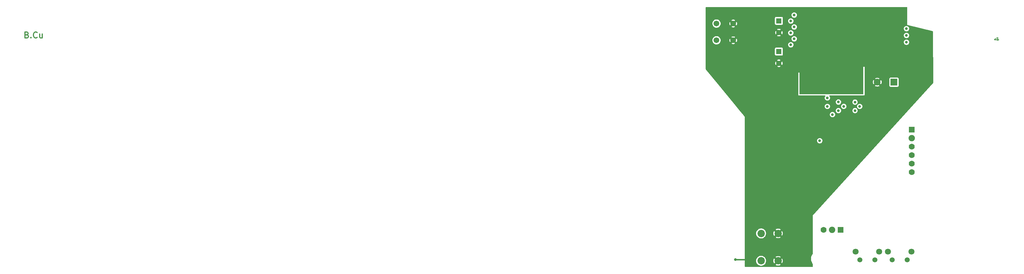
<source format=gbr>
%TF.GenerationSoftware,KiCad,Pcbnew,8.0.7-8.0.7-0~ubuntu22.04.1*%
%TF.CreationDate,2025-01-13T16:38:09-08:00*%
%TF.ProjectId,NX-J401-Adapter,4e582d4a-3430-4312-9d41-646170746572,4*%
%TF.SameCoordinates,Original*%
%TF.FileFunction,Copper,L4,Bot*%
%TF.FilePolarity,Positive*%
%FSLAX46Y46*%
G04 Gerber Fmt 4.6, Leading zero omitted, Abs format (unit mm)*
G04 Created by KiCad (PCBNEW 8.0.7-8.0.7-0~ubuntu22.04.1) date 2025-01-13 16:38:09*
%MOMM*%
%LPD*%
G01*
G04 APERTURE LIST*
%ADD10C,0.300000*%
%TA.AperFunction,NonConductor*%
%ADD11C,0.300000*%
%TD*%
%TA.AperFunction,ComponentPad*%
%ADD12R,1.600000X1.600000*%
%TD*%
%TA.AperFunction,ComponentPad*%
%ADD13C,1.600000*%
%TD*%
%TA.AperFunction,ComponentPad*%
%ADD14C,1.498600*%
%TD*%
%TA.AperFunction,ComponentPad*%
%ADD15C,1.803400*%
%TD*%
%TA.AperFunction,ComponentPad*%
%ADD16C,2.200000*%
%TD*%
%TA.AperFunction,ComponentPad*%
%ADD17R,1.778000X1.778000*%
%TD*%
%TA.AperFunction,ComponentPad*%
%ADD18C,1.905000*%
%TD*%
%TA.AperFunction,ComponentPad*%
%ADD19C,1.778000*%
%TD*%
%TA.AperFunction,ComponentPad*%
%ADD20R,2.000000X2.000000*%
%TD*%
%TA.AperFunction,ComponentPad*%
%ADD21C,2.000000*%
%TD*%
%TA.AperFunction,ComponentPad*%
%ADD22C,1.701800*%
%TD*%
%TA.AperFunction,ViaPad*%
%ADD23C,0.812800*%
%TD*%
%TA.AperFunction,ViaPad*%
%ADD24C,0.711200*%
%TD*%
%TA.AperFunction,Conductor*%
%ADD25C,0.381000*%
%TD*%
G04 APERTURE END LIST*
D10*
D11*
G36*
X323266737Y-90308632D02*
G01*
X323595000Y-90308632D01*
X323595000Y-90602823D01*
X323266737Y-90602823D01*
X323266737Y-90758161D01*
X323023471Y-90758161D01*
X323023471Y-90602823D01*
X322094371Y-90602823D01*
X322094371Y-90308632D01*
X322377937Y-90308632D01*
X323023471Y-90308632D01*
X323023471Y-89920286D01*
X322377937Y-90308632D01*
X322094371Y-90308632D01*
X322094371Y-90256242D01*
X323019075Y-89712191D01*
X323266737Y-89712191D01*
X323266737Y-90308632D01*
G37*
D10*
D11*
X33217368Y-89005474D02*
X33471368Y-89090141D01*
X33471368Y-89090141D02*
X33556034Y-89174807D01*
X33556034Y-89174807D02*
X33640701Y-89344141D01*
X33640701Y-89344141D02*
X33640701Y-89598141D01*
X33640701Y-89598141D02*
X33556034Y-89767474D01*
X33556034Y-89767474D02*
X33471368Y-89852141D01*
X33471368Y-89852141D02*
X33302034Y-89936807D01*
X33302034Y-89936807D02*
X32624701Y-89936807D01*
X32624701Y-89936807D02*
X32624701Y-88158807D01*
X32624701Y-88158807D02*
X33217368Y-88158807D01*
X33217368Y-88158807D02*
X33386701Y-88243474D01*
X33386701Y-88243474D02*
X33471368Y-88328141D01*
X33471368Y-88328141D02*
X33556034Y-88497474D01*
X33556034Y-88497474D02*
X33556034Y-88666807D01*
X33556034Y-88666807D02*
X33471368Y-88836141D01*
X33471368Y-88836141D02*
X33386701Y-88920807D01*
X33386701Y-88920807D02*
X33217368Y-89005474D01*
X33217368Y-89005474D02*
X32624701Y-89005474D01*
X34402701Y-89767474D02*
X34487368Y-89852141D01*
X34487368Y-89852141D02*
X34402701Y-89936807D01*
X34402701Y-89936807D02*
X34318034Y-89852141D01*
X34318034Y-89852141D02*
X34402701Y-89767474D01*
X34402701Y-89767474D02*
X34402701Y-89936807D01*
X36265368Y-89767474D02*
X36180701Y-89852141D01*
X36180701Y-89852141D02*
X35926701Y-89936807D01*
X35926701Y-89936807D02*
X35757368Y-89936807D01*
X35757368Y-89936807D02*
X35503368Y-89852141D01*
X35503368Y-89852141D02*
X35334035Y-89682807D01*
X35334035Y-89682807D02*
X35249368Y-89513474D01*
X35249368Y-89513474D02*
X35164701Y-89174807D01*
X35164701Y-89174807D02*
X35164701Y-88920807D01*
X35164701Y-88920807D02*
X35249368Y-88582141D01*
X35249368Y-88582141D02*
X35334035Y-88412807D01*
X35334035Y-88412807D02*
X35503368Y-88243474D01*
X35503368Y-88243474D02*
X35757368Y-88158807D01*
X35757368Y-88158807D02*
X35926701Y-88158807D01*
X35926701Y-88158807D02*
X36180701Y-88243474D01*
X36180701Y-88243474D02*
X36265368Y-88328141D01*
X37789368Y-88751474D02*
X37789368Y-89936807D01*
X37027368Y-88751474D02*
X37027368Y-89682807D01*
X37027368Y-89682807D02*
X37112035Y-89852141D01*
X37112035Y-89852141D02*
X37281368Y-89936807D01*
X37281368Y-89936807D02*
X37535368Y-89936807D01*
X37535368Y-89936807D02*
X37704701Y-89852141D01*
X37704701Y-89852141D02*
X37789368Y-89767474D01*
D12*
%TO.P,C2,1*%
%TO.N,/+18V_OUT*%
X257810000Y-93980000D03*
D13*
%TO.P,C2,2*%
%TO.N,GND*%
X257810000Y-97480000D03*
%TD*%
D14*
%TO.P,SW2,1,1*%
%TO.N,/~{REC}*%
X291628000Y-156285700D03*
%TO.P,SW2,2,2*%
%TO.N,/RTN*%
X296128001Y-156285700D03*
D15*
%TO.P,SW2,3*%
%TO.N,N/C*%
X290378001Y-153785824D03*
%TO.P,SW2,4*%
X297378000Y-153785824D03*
%TD*%
D12*
%TO.P,C1,1*%
%TO.N,/+18V_OUT*%
X257810000Y-84785200D03*
D13*
%TO.P,C1,2*%
%TO.N,GND*%
X257810000Y-88285200D03*
%TD*%
D16*
%TO.P,J4,1,Pin_1*%
%TO.N,/V_BAT*%
X252501400Y-148365600D03*
X252501400Y-156565600D03*
%TO.P,J4,2,Pin_2*%
%TO.N,GND*%
X257581400Y-148365600D03*
X257581400Y-156565600D03*
%TD*%
D17*
%TO.P,J3,1,Pin_1*%
%TO.N,/RTN*%
X276225000Y-147320000D03*
D18*
%TO.P,J3,2,Pin_2*%
%TO.N,/UART2_RXD*%
X273685000Y-147320000D03*
D19*
%TO.P,J3,3,Pin_3*%
%TO.N,/UART2_TXD*%
X271145000Y-147320000D03*
%TD*%
D14*
%TO.P,SW1,1,1*%
%TO.N,/~{SYS_RESET}*%
X281976000Y-156285700D03*
%TO.P,SW1,2,2*%
%TO.N,/RTN*%
X286476001Y-156285700D03*
D15*
%TO.P,SW1,3*%
%TO.N,N/C*%
X280726001Y-153785824D03*
%TO.P,SW1,4*%
X287726000Y-153785824D03*
%TD*%
D17*
%TO.P,J2,1,Pin_1*%
%TO.N,/RTN*%
X297447500Y-117348000D03*
D18*
%TO.P,J2,2,Pin_2*%
%TO.N,/UART2_RXD*%
X297447500Y-119888000D03*
D19*
%TO.P,J2,3,Pin_3*%
%TO.N,/UART2_TXD*%
X297447500Y-122428000D03*
%TO.P,J2,4,Pin_4*%
%TO.N,/~{SYS_RESET}*%
X297447500Y-124968000D03*
%TO.P,J2,5,Pin_5*%
%TO.N,/RTN*%
X297447500Y-127508000D03*
%TO.P,J2,6,Pin_6*%
%TO.N,/~{REC}*%
X297447500Y-130048000D03*
%TD*%
D20*
%TO.P,C5,1*%
%TO.N,/Power Supply/V_IN*%
X292181677Y-103124000D03*
D21*
%TO.P,C5,2*%
%TO.N,GND*%
X287181677Y-103124000D03*
%TD*%
D22*
%TO.P,J1,1,Pin_1*%
%TO.N,/+18V_OUT*%
X239166400Y-85594200D03*
X239166400Y-90594200D03*
%TO.P,J1,2,Pin_2*%
%TO.N,GND*%
X244166400Y-85594200D03*
X244166400Y-90594200D03*
%TD*%
D23*
%TO.N,GND*%
X273812000Y-117221010D03*
X267462000Y-96266000D03*
X267461982Y-94234000D03*
D24*
X265658600Y-105359200D03*
X271272000Y-104266998D03*
D23*
X287934400Y-83515200D03*
X273825822Y-100813988D03*
X270002000Y-128778000D03*
X244856000Y-156210000D03*
X267462000Y-95250000D03*
X287934400Y-94843600D03*
X277215600Y-105410000D03*
X275844000Y-117221000D03*
%TO.N,/+18V_OUT*%
X261366000Y-91948000D03*
X261366000Y-84836000D03*
X262382000Y-86614000D03*
X262382000Y-83058000D03*
X262382000Y-90170000D03*
X261366000Y-88392000D03*
%TO.N,/Power Supply/V_IN*%
X277190204Y-110362988D03*
X295910000Y-89154000D03*
X280543000Y-111633000D03*
X295910000Y-87122000D03*
X280543034Y-109093000D03*
X281940008Y-110388408D03*
X295910000Y-91186000D03*
%TO.N,/V_BAT*%
X272288000Y-107848400D03*
X270002000Y-120650000D03*
X275590000Y-111633000D03*
X273812000Y-112828307D03*
X272288000Y-110388400D03*
X275590000Y-109067600D03*
%TD*%
D25*
%TO.N,GND*%
X248666000Y-156210000D02*
X250799600Y-154076400D01*
X255092200Y-154076400D02*
X257581400Y-156565600D01*
X250799600Y-154076400D02*
X255092200Y-154076400D01*
X244856000Y-156210000D02*
X248666000Y-156210000D01*
%TD*%
%TA.AperFunction,Conductor*%
%TO.N,GND*%
G36*
X296107039Y-80665185D02*
G01*
X296152794Y-80717989D01*
X296164000Y-80769500D01*
X296164000Y-85979000D01*
X303767036Y-87879759D01*
X303827300Y-87915116D01*
X303858882Y-87977440D01*
X303860961Y-87999654D01*
X303910174Y-103124068D01*
X303909282Y-103139325D01*
X303893326Y-103271568D01*
X303885974Y-103301176D01*
X303840979Y-103418319D01*
X303826620Y-103445235D01*
X303749949Y-103554151D01*
X303740400Y-103566080D01*
X267970000Y-143002000D01*
X267970000Y-143247087D01*
X267970000Y-143247091D01*
X267970000Y-154394654D01*
X267950315Y-154461693D01*
X267944376Y-154470140D01*
X267798942Y-154659673D01*
X267798931Y-154659689D01*
X267645862Y-154924810D01*
X267645854Y-154924826D01*
X267528702Y-155207659D01*
X267449460Y-155503392D01*
X267409501Y-155806913D01*
X267409500Y-155806929D01*
X267409500Y-156113070D01*
X267409501Y-156113086D01*
X267436863Y-156320925D01*
X267449461Y-156416611D01*
X267489382Y-156565599D01*
X267528702Y-156712340D01*
X267645854Y-156995173D01*
X267645862Y-156995189D01*
X267785188Y-157236506D01*
X267798936Y-157260318D01*
X267944376Y-157449858D01*
X267969570Y-157515028D01*
X267970000Y-157525345D01*
X267970000Y-158244500D01*
X267950315Y-158311539D01*
X267897511Y-158357294D01*
X267846000Y-158368500D01*
X247774000Y-158368500D01*
X247706961Y-158348815D01*
X247661206Y-158296011D01*
X247650000Y-158244500D01*
X247650000Y-156565594D01*
X251014823Y-156565594D01*
X251014823Y-156565605D01*
X251035096Y-156810274D01*
X251035098Y-156810286D01*
X251095369Y-157048291D01*
X251193994Y-157273131D01*
X251328279Y-157478671D01*
X251328282Y-157478674D01*
X251494569Y-157659310D01*
X251688319Y-157810112D01*
X251904249Y-157926968D01*
X252136467Y-158006688D01*
X252378639Y-158047100D01*
X252378640Y-158047100D01*
X252624160Y-158047100D01*
X252624161Y-158047100D01*
X252866333Y-158006688D01*
X253098551Y-157926968D01*
X253314481Y-157810112D01*
X253508231Y-157659310D01*
X253674518Y-157478674D01*
X253808805Y-157273132D01*
X253907430Y-157048291D01*
X253967702Y-156810283D01*
X253968752Y-156797615D01*
X253987977Y-156565605D01*
X253987977Y-156565594D01*
X253987977Y-156565593D01*
X256171785Y-156565593D01*
X256171785Y-156565606D01*
X256191008Y-156797607D01*
X256191010Y-156797615D01*
X256248162Y-157023302D01*
X256341680Y-157236502D01*
X256389021Y-157308963D01*
X257037439Y-156660547D01*
X257068882Y-156777892D01*
X257141290Y-156903308D01*
X257243692Y-157005710D01*
X257369108Y-157078118D01*
X257486451Y-157109560D01*
X256836314Y-157759697D01*
X256836314Y-157759699D01*
X257015153Y-157856483D01*
X257015171Y-157856490D01*
X257235357Y-157932080D01*
X257464995Y-157970400D01*
X257697805Y-157970400D01*
X257927442Y-157932080D01*
X258147634Y-157856488D01*
X258147636Y-157856487D01*
X258326484Y-157759699D01*
X258326484Y-157759697D01*
X257676349Y-157109560D01*
X257793692Y-157078118D01*
X257919108Y-157005710D01*
X258021510Y-156903308D01*
X258093918Y-156777892D01*
X258125360Y-156660548D01*
X258773776Y-157308964D01*
X258821116Y-157236506D01*
X258821121Y-157236498D01*
X258914637Y-157023302D01*
X258971789Y-156797615D01*
X258971791Y-156797607D01*
X258991015Y-156565606D01*
X258991015Y-156565593D01*
X258971791Y-156333592D01*
X258971789Y-156333584D01*
X258914637Y-156107897D01*
X258821120Y-155894700D01*
X258773776Y-155822234D01*
X258125360Y-156470650D01*
X258093918Y-156353308D01*
X258021510Y-156227892D01*
X257919108Y-156125490D01*
X257793692Y-156053082D01*
X257676348Y-156021639D01*
X258326484Y-155371501D01*
X258147637Y-155274712D01*
X258147631Y-155274710D01*
X257927442Y-155199119D01*
X257697805Y-155160800D01*
X257464995Y-155160800D01*
X257235357Y-155199119D01*
X257015168Y-155274710D01*
X257015162Y-155274712D01*
X256836314Y-155371501D01*
X257486452Y-156021639D01*
X257369108Y-156053082D01*
X257243692Y-156125490D01*
X257141290Y-156227892D01*
X257068882Y-156353308D01*
X257037439Y-156470651D01*
X256389022Y-155822235D01*
X256341680Y-155894698D01*
X256341678Y-155894702D01*
X256248162Y-156107897D01*
X256191010Y-156333584D01*
X256191008Y-156333592D01*
X256171785Y-156565593D01*
X253987977Y-156565593D01*
X253967703Y-156320925D01*
X253967701Y-156320913D01*
X253907430Y-156082908D01*
X253808805Y-155858068D01*
X253674520Y-155652528D01*
X253655610Y-155631987D01*
X253508231Y-155471890D01*
X253508226Y-155471886D01*
X253508224Y-155471884D01*
X253420377Y-155403510D01*
X253314481Y-155321088D01*
X253314480Y-155321087D01*
X253098552Y-155204232D01*
X253098547Y-155204230D01*
X252866335Y-155124512D01*
X252704885Y-155097570D01*
X252624161Y-155084100D01*
X252378639Y-155084100D01*
X252318096Y-155094203D01*
X252136464Y-155124512D01*
X251904252Y-155204230D01*
X251904247Y-155204232D01*
X251688319Y-155321087D01*
X251688315Y-155321091D01*
X251494575Y-155471884D01*
X251494572Y-155471887D01*
X251328279Y-155652528D01*
X251193994Y-155858068D01*
X251095369Y-156082908D01*
X251035098Y-156320913D01*
X251035096Y-156320925D01*
X251014823Y-156565594D01*
X247650000Y-156565594D01*
X247650000Y-148365594D01*
X251014823Y-148365594D01*
X251014823Y-148365605D01*
X251035096Y-148610274D01*
X251035098Y-148610286D01*
X251095369Y-148848291D01*
X251193994Y-149073131D01*
X251328279Y-149278671D01*
X251328282Y-149278674D01*
X251494569Y-149459310D01*
X251688319Y-149610112D01*
X251904249Y-149726968D01*
X252136467Y-149806688D01*
X252378639Y-149847100D01*
X252378640Y-149847100D01*
X252624160Y-149847100D01*
X252624161Y-149847100D01*
X252866333Y-149806688D01*
X253098551Y-149726968D01*
X253314481Y-149610112D01*
X253508231Y-149459310D01*
X253674518Y-149278674D01*
X253808805Y-149073132D01*
X253907430Y-148848291D01*
X253967702Y-148610283D01*
X253968752Y-148597615D01*
X253987977Y-148365605D01*
X253987977Y-148365594D01*
X253987977Y-148365593D01*
X256171785Y-148365593D01*
X256171785Y-148365606D01*
X256191008Y-148597607D01*
X256191010Y-148597615D01*
X256248162Y-148823302D01*
X256341680Y-149036502D01*
X256389021Y-149108963D01*
X257037439Y-148460547D01*
X257068882Y-148577892D01*
X257141290Y-148703308D01*
X257243692Y-148805710D01*
X257369108Y-148878118D01*
X257486451Y-148909560D01*
X256836314Y-149559697D01*
X256836314Y-149559699D01*
X257015153Y-149656483D01*
X257015171Y-149656490D01*
X257235357Y-149732080D01*
X257464995Y-149770400D01*
X257697805Y-149770400D01*
X257927442Y-149732080D01*
X258147634Y-149656488D01*
X258147636Y-149656487D01*
X258326484Y-149559699D01*
X258326484Y-149559697D01*
X257676349Y-148909560D01*
X257793692Y-148878118D01*
X257919108Y-148805710D01*
X258021510Y-148703308D01*
X258093918Y-148577892D01*
X258125360Y-148460548D01*
X258773776Y-149108964D01*
X258821116Y-149036506D01*
X258821121Y-149036498D01*
X258914637Y-148823302D01*
X258971789Y-148597615D01*
X258971791Y-148597607D01*
X258991015Y-148365606D01*
X258991015Y-148365593D01*
X258971791Y-148133592D01*
X258971789Y-148133584D01*
X258914637Y-147907897D01*
X258821120Y-147694700D01*
X258773776Y-147622234D01*
X258125360Y-148270650D01*
X258093918Y-148153308D01*
X258021510Y-148027892D01*
X257919108Y-147925490D01*
X257793692Y-147853082D01*
X257676348Y-147821639D01*
X258326484Y-147171501D01*
X258147637Y-147074712D01*
X258147631Y-147074710D01*
X257927442Y-146999119D01*
X257697805Y-146960800D01*
X257464995Y-146960800D01*
X257235357Y-146999119D01*
X257015168Y-147074710D01*
X257015162Y-147074712D01*
X256836314Y-147171501D01*
X257486452Y-147821639D01*
X257369108Y-147853082D01*
X257243692Y-147925490D01*
X257141290Y-148027892D01*
X257068882Y-148153308D01*
X257037439Y-148270651D01*
X256389022Y-147622235D01*
X256341680Y-147694698D01*
X256341678Y-147694702D01*
X256248162Y-147907897D01*
X256191010Y-148133584D01*
X256191008Y-148133592D01*
X256171785Y-148365593D01*
X253987977Y-148365593D01*
X253967703Y-148120925D01*
X253967701Y-148120913D01*
X253907430Y-147882908D01*
X253808805Y-147658068D01*
X253674520Y-147452528D01*
X253655610Y-147431987D01*
X253508231Y-147271890D01*
X253508226Y-147271886D01*
X253508224Y-147271884D01*
X253379251Y-147171501D01*
X253314481Y-147121088D01*
X253314480Y-147121087D01*
X253098552Y-147004232D01*
X253098547Y-147004230D01*
X252866335Y-146924512D01*
X252704885Y-146897570D01*
X252624161Y-146884100D01*
X252378639Y-146884100D01*
X252318096Y-146894203D01*
X252136464Y-146924512D01*
X251904252Y-147004230D01*
X251904247Y-147004232D01*
X251688319Y-147121087D01*
X251688315Y-147121091D01*
X251494575Y-147271884D01*
X251494572Y-147271887D01*
X251328279Y-147452528D01*
X251193994Y-147658068D01*
X251095369Y-147882908D01*
X251035098Y-148120913D01*
X251035096Y-148120925D01*
X251014823Y-148365594D01*
X247650000Y-148365594D01*
X247650000Y-120649996D01*
X269209115Y-120649996D01*
X269209115Y-120650003D01*
X269228992Y-120826425D01*
X269228993Y-120826431D01*
X269287634Y-120994019D01*
X269287635Y-120994020D01*
X269382098Y-121144356D01*
X269507644Y-121269902D01*
X269657980Y-121364365D01*
X269825566Y-121423006D01*
X269825572Y-121423006D01*
X269825574Y-121423007D01*
X270001996Y-121442885D01*
X270002000Y-121442885D01*
X270002004Y-121442885D01*
X270178425Y-121423007D01*
X270178424Y-121423007D01*
X270178434Y-121423006D01*
X270346020Y-121364365D01*
X270496356Y-121269902D01*
X270621902Y-121144356D01*
X270716365Y-120994020D01*
X270775006Y-120826434D01*
X270794885Y-120650000D01*
X270784468Y-120557548D01*
X270775007Y-120473574D01*
X270775006Y-120473568D01*
X270775006Y-120473566D01*
X270716365Y-120305980D01*
X270621902Y-120155644D01*
X270496356Y-120030098D01*
X270496355Y-120030097D01*
X270346019Y-119935634D01*
X270178431Y-119876993D01*
X270178425Y-119876992D01*
X270002004Y-119857115D01*
X270001996Y-119857115D01*
X269825574Y-119876992D01*
X269825568Y-119876993D01*
X269657980Y-119935634D01*
X269507644Y-120030097D01*
X269382097Y-120155644D01*
X269287634Y-120305980D01*
X269228993Y-120473568D01*
X269228992Y-120473574D01*
X269209115Y-120649996D01*
X247650000Y-120649996D01*
X247650000Y-113765374D01*
X247650000Y-113765367D01*
X247650000Y-113538000D01*
X247067035Y-112828303D01*
X273019115Y-112828303D01*
X273019115Y-112828310D01*
X273038992Y-113004732D01*
X273038993Y-113004738D01*
X273097634Y-113172326D01*
X273097635Y-113172327D01*
X273192098Y-113322663D01*
X273317644Y-113448209D01*
X273467980Y-113542672D01*
X273635566Y-113601313D01*
X273635572Y-113601313D01*
X273635574Y-113601314D01*
X273811996Y-113621192D01*
X273812000Y-113621192D01*
X273812004Y-113621192D01*
X273988425Y-113601314D01*
X273988424Y-113601314D01*
X273988434Y-113601313D01*
X274156020Y-113542672D01*
X274306356Y-113448209D01*
X274431902Y-113322663D01*
X274526365Y-113172327D01*
X274585006Y-113004741D01*
X274604885Y-112828307D01*
X274585006Y-112651873D01*
X274526365Y-112484287D01*
X274431902Y-112333951D01*
X274306356Y-112208405D01*
X274306355Y-112208404D01*
X274156019Y-112113941D01*
X273988431Y-112055300D01*
X273988425Y-112055299D01*
X273812004Y-112035422D01*
X273811996Y-112035422D01*
X273635574Y-112055299D01*
X273635568Y-112055300D01*
X273467980Y-112113941D01*
X273317644Y-112208404D01*
X273192097Y-112333951D01*
X273097634Y-112484287D01*
X273038993Y-112651875D01*
X273038992Y-112651881D01*
X273019115Y-112828303D01*
X247067035Y-112828303D01*
X246085175Y-111632996D01*
X274797115Y-111632996D01*
X274797115Y-111633003D01*
X274816992Y-111809425D01*
X274816993Y-111809431D01*
X274875634Y-111977019D01*
X274961669Y-112113941D01*
X274970098Y-112127356D01*
X275095644Y-112252902D01*
X275245980Y-112347365D01*
X275413566Y-112406006D01*
X275413572Y-112406006D01*
X275413574Y-112406007D01*
X275589996Y-112425885D01*
X275590000Y-112425885D01*
X275590004Y-112425885D01*
X275766425Y-112406007D01*
X275766424Y-112406007D01*
X275766434Y-112406006D01*
X275934020Y-112347365D01*
X276084356Y-112252902D01*
X276209902Y-112127356D01*
X276304365Y-111977020D01*
X276363006Y-111809434D01*
X276382885Y-111633000D01*
X276382885Y-111632996D01*
X279750115Y-111632996D01*
X279750115Y-111633003D01*
X279769992Y-111809425D01*
X279769993Y-111809431D01*
X279828634Y-111977019D01*
X279914669Y-112113941D01*
X279923098Y-112127356D01*
X280048644Y-112252902D01*
X280198980Y-112347365D01*
X280366566Y-112406006D01*
X280366572Y-112406006D01*
X280366574Y-112406007D01*
X280542996Y-112425885D01*
X280543000Y-112425885D01*
X280543004Y-112425885D01*
X280719425Y-112406007D01*
X280719424Y-112406007D01*
X280719434Y-112406006D01*
X280887020Y-112347365D01*
X281037356Y-112252902D01*
X281162902Y-112127356D01*
X281257365Y-111977020D01*
X281316006Y-111809434D01*
X281335885Y-111633000D01*
X281316006Y-111456566D01*
X281257365Y-111288980D01*
X281162902Y-111138644D01*
X281037356Y-111013098D01*
X281037355Y-111013097D01*
X280887019Y-110918634D01*
X280719431Y-110859993D01*
X280719425Y-110859992D01*
X280543004Y-110840115D01*
X280542996Y-110840115D01*
X280366574Y-110859992D01*
X280366568Y-110859993D01*
X280198980Y-110918634D01*
X280048644Y-111013097D01*
X279923097Y-111138644D01*
X279828634Y-111288980D01*
X279769993Y-111456568D01*
X279769992Y-111456574D01*
X279750115Y-111632996D01*
X276382885Y-111632996D01*
X276363006Y-111456566D01*
X276304365Y-111288980D01*
X276209902Y-111138644D01*
X276084356Y-111013098D01*
X276084355Y-111013097D01*
X275934019Y-110918634D01*
X275766431Y-110859993D01*
X275766425Y-110859992D01*
X275590004Y-110840115D01*
X275589996Y-110840115D01*
X275413574Y-110859992D01*
X275413568Y-110859993D01*
X275245980Y-110918634D01*
X275095644Y-111013097D01*
X274970097Y-111138644D01*
X274875634Y-111288980D01*
X274816993Y-111456568D01*
X274816992Y-111456574D01*
X274797115Y-111632996D01*
X246085175Y-111632996D01*
X245062825Y-110388396D01*
X271495115Y-110388396D01*
X271495115Y-110388403D01*
X271514992Y-110564825D01*
X271514993Y-110564831D01*
X271573634Y-110732419D01*
X271653796Y-110859994D01*
X271668098Y-110882756D01*
X271793644Y-111008302D01*
X271943980Y-111102765D01*
X272111566Y-111161406D01*
X272111572Y-111161406D01*
X272111574Y-111161407D01*
X272287996Y-111181285D01*
X272288000Y-111181285D01*
X272288004Y-111181285D01*
X272464425Y-111161407D01*
X272464424Y-111161407D01*
X272464434Y-111161406D01*
X272632020Y-111102765D01*
X272782356Y-111008302D01*
X272907902Y-110882756D01*
X273002365Y-110732420D01*
X273061006Y-110564834D01*
X273080885Y-110388400D01*
X273078022Y-110362991D01*
X273078021Y-110362984D01*
X276397319Y-110362984D01*
X276397319Y-110362991D01*
X276417196Y-110539413D01*
X276417197Y-110539419D01*
X276475838Y-110707007D01*
X276491812Y-110732428D01*
X276570302Y-110857344D01*
X276695848Y-110982890D01*
X276846184Y-111077353D01*
X277013770Y-111135994D01*
X277013776Y-111135994D01*
X277013778Y-111135995D01*
X277190200Y-111155873D01*
X277190204Y-111155873D01*
X277190208Y-111155873D01*
X277366629Y-111135995D01*
X277366628Y-111135995D01*
X277366638Y-111135994D01*
X277534224Y-111077353D01*
X277684560Y-110982890D01*
X277810106Y-110857344D01*
X277904569Y-110707008D01*
X277963210Y-110539422D01*
X277980225Y-110388408D01*
X277980225Y-110388404D01*
X281147123Y-110388404D01*
X281147123Y-110388411D01*
X281167000Y-110564833D01*
X281167001Y-110564839D01*
X281225642Y-110732427D01*
X281305799Y-110859994D01*
X281320106Y-110882764D01*
X281445652Y-111008310D01*
X281595988Y-111102773D01*
X281763574Y-111161414D01*
X281763580Y-111161414D01*
X281763582Y-111161415D01*
X281940004Y-111181293D01*
X281940008Y-111181293D01*
X281940012Y-111181293D01*
X282116433Y-111161415D01*
X282116432Y-111161415D01*
X282116442Y-111161414D01*
X282284028Y-111102773D01*
X282434364Y-111008310D01*
X282559910Y-110882764D01*
X282654373Y-110732428D01*
X282713014Y-110564842D01*
X282732893Y-110388408D01*
X282732892Y-110388403D01*
X282713015Y-110211982D01*
X282713014Y-110211976D01*
X282713014Y-110211974D01*
X282654373Y-110044388D01*
X282559910Y-109894052D01*
X282434364Y-109768506D01*
X282434363Y-109768505D01*
X282284027Y-109674042D01*
X282116439Y-109615401D01*
X282116433Y-109615400D01*
X281940012Y-109595523D01*
X281940004Y-109595523D01*
X281763582Y-109615400D01*
X281763576Y-109615401D01*
X281595988Y-109674042D01*
X281445652Y-109768505D01*
X281320105Y-109894052D01*
X281225642Y-110044388D01*
X281167001Y-110211976D01*
X281167000Y-110211982D01*
X281147123Y-110388404D01*
X277980225Y-110388404D01*
X277983089Y-110362991D01*
X277983089Y-110362984D01*
X277963211Y-110186562D01*
X277963210Y-110186556D01*
X277963210Y-110186554D01*
X277904569Y-110018968D01*
X277810106Y-109868632D01*
X277684560Y-109743086D01*
X277684559Y-109743085D01*
X277534223Y-109648622D01*
X277366635Y-109589981D01*
X277366629Y-109589980D01*
X277190208Y-109570103D01*
X277190200Y-109570103D01*
X277013778Y-109589980D01*
X277013772Y-109589981D01*
X276846184Y-109648622D01*
X276695848Y-109743085D01*
X276570301Y-109868632D01*
X276475838Y-110018968D01*
X276417197Y-110186556D01*
X276417196Y-110186562D01*
X276397319Y-110362984D01*
X273078021Y-110362984D01*
X273061007Y-110211974D01*
X273061006Y-110211968D01*
X273061006Y-110211966D01*
X273002365Y-110044380D01*
X272907902Y-109894044D01*
X272782356Y-109768498D01*
X272782355Y-109768497D01*
X272632019Y-109674034D01*
X272464431Y-109615393D01*
X272464425Y-109615392D01*
X272288004Y-109595515D01*
X272287996Y-109595515D01*
X272111574Y-109615392D01*
X272111568Y-109615393D01*
X271943980Y-109674034D01*
X271793644Y-109768497D01*
X271668097Y-109894044D01*
X271573634Y-110044380D01*
X271514993Y-110211968D01*
X271514992Y-110211974D01*
X271495115Y-110388396D01*
X245062825Y-110388396D01*
X243977882Y-109067596D01*
X274797115Y-109067596D01*
X274797115Y-109067603D01*
X274816992Y-109244025D01*
X274816993Y-109244031D01*
X274875634Y-109411619D01*
X274875635Y-109411620D01*
X274970098Y-109561956D01*
X275095644Y-109687502D01*
X275245980Y-109781965D01*
X275413566Y-109840606D01*
X275413572Y-109840606D01*
X275413574Y-109840607D01*
X275589996Y-109860485D01*
X275590000Y-109860485D01*
X275590004Y-109860485D01*
X275766425Y-109840607D01*
X275766424Y-109840607D01*
X275766434Y-109840606D01*
X275934020Y-109781965D01*
X276084356Y-109687502D01*
X276209902Y-109561956D01*
X276304365Y-109411620D01*
X276363006Y-109244034D01*
X276380024Y-109092996D01*
X279750149Y-109092996D01*
X279750149Y-109093003D01*
X279770026Y-109269425D01*
X279770027Y-109269431D01*
X279828668Y-109437019D01*
X279828669Y-109437020D01*
X279923132Y-109587356D01*
X280048678Y-109712902D01*
X280199014Y-109807365D01*
X280366600Y-109866006D01*
X280366606Y-109866006D01*
X280366608Y-109866007D01*
X280543030Y-109885885D01*
X280543034Y-109885885D01*
X280543038Y-109885885D01*
X280719459Y-109866007D01*
X280719458Y-109866007D01*
X280719468Y-109866006D01*
X280887054Y-109807365D01*
X281037390Y-109712902D01*
X281162936Y-109587356D01*
X281257399Y-109437020D01*
X281316040Y-109269434D01*
X281335919Y-109093000D01*
X281333057Y-109067603D01*
X281316041Y-108916574D01*
X281316040Y-108916568D01*
X281316040Y-108916566D01*
X281257399Y-108748980D01*
X281162936Y-108598644D01*
X281037390Y-108473098D01*
X281037389Y-108473097D01*
X280887053Y-108378634D01*
X280719465Y-108319993D01*
X280719459Y-108319992D01*
X280543038Y-108300115D01*
X280543030Y-108300115D01*
X280366608Y-108319992D01*
X280366602Y-108319993D01*
X280199014Y-108378634D01*
X280048678Y-108473097D01*
X279923131Y-108598644D01*
X279828668Y-108748980D01*
X279770027Y-108916568D01*
X279770026Y-108916574D01*
X279750149Y-109092996D01*
X276380024Y-109092996D01*
X276382885Y-109067600D01*
X276363006Y-108891166D01*
X276304365Y-108723580D01*
X276209902Y-108573244D01*
X276084356Y-108447698D01*
X276084355Y-108447697D01*
X275934019Y-108353234D01*
X275766431Y-108294593D01*
X275766425Y-108294592D01*
X275590004Y-108274715D01*
X275589996Y-108274715D01*
X275413574Y-108294592D01*
X275413568Y-108294593D01*
X275245980Y-108353234D01*
X275095644Y-108447697D01*
X274970097Y-108573244D01*
X274875634Y-108723580D01*
X274816993Y-108891168D01*
X274816992Y-108891174D01*
X274797115Y-109067596D01*
X243977882Y-109067596D01*
X239304286Y-103378000D01*
X236842300Y-100380800D01*
X263588500Y-100380800D01*
X263588500Y-106933999D01*
X263592158Y-106971158D01*
X263592160Y-106971164D01*
X263620605Y-107039837D01*
X263673162Y-107092394D01*
X263673163Y-107092394D01*
X263673164Y-107092395D01*
X263741835Y-107120840D01*
X263741839Y-107120840D01*
X263741841Y-107120841D01*
X263771791Y-107123790D01*
X263779000Y-107124500D01*
X271598280Y-107124500D01*
X271665319Y-107144185D01*
X271711074Y-107196989D01*
X271721018Y-107266147D01*
X271691993Y-107329703D01*
X271685961Y-107336181D01*
X271668097Y-107354044D01*
X271573634Y-107504380D01*
X271514993Y-107671968D01*
X271514992Y-107671974D01*
X271495115Y-107848396D01*
X271495115Y-107848403D01*
X271514992Y-108024825D01*
X271514993Y-108024831D01*
X271573634Y-108192419D01*
X271653796Y-108319994D01*
X271668098Y-108342756D01*
X271793644Y-108468302D01*
X271943980Y-108562765D01*
X272111566Y-108621406D01*
X272111572Y-108621406D01*
X272111574Y-108621407D01*
X272287996Y-108641285D01*
X272288000Y-108641285D01*
X272288004Y-108641285D01*
X272464425Y-108621407D01*
X272464424Y-108621407D01*
X272464434Y-108621406D01*
X272632020Y-108562765D01*
X272782356Y-108468302D01*
X272907902Y-108342756D01*
X273002365Y-108192420D01*
X273061006Y-108024834D01*
X273080885Y-107848400D01*
X273061006Y-107671966D01*
X273002365Y-107504380D01*
X272907902Y-107354044D01*
X272890039Y-107336181D01*
X272856554Y-107274858D01*
X272861538Y-107205166D01*
X272903410Y-107149233D01*
X272968874Y-107124816D01*
X272977720Y-107124500D01*
X283206522Y-107124500D01*
X283206523Y-107124500D01*
X283215466Y-107123619D01*
X283243681Y-107120841D01*
X283243682Y-107120840D01*
X283243688Y-107120840D01*
X283312359Y-107092395D01*
X283364918Y-107039836D01*
X283393363Y-106971165D01*
X283397023Y-106934000D01*
X283392856Y-103123999D01*
X285871893Y-103123999D01*
X285871893Y-103124000D01*
X285891791Y-103351437D01*
X285891793Y-103351447D01*
X285950880Y-103571965D01*
X285950884Y-103571974D01*
X286047370Y-103778890D01*
X286059891Y-103796771D01*
X286681677Y-103174986D01*
X286681677Y-103189826D01*
X286715752Y-103316993D01*
X286781578Y-103431007D01*
X286874670Y-103524099D01*
X286988684Y-103589925D01*
X287115851Y-103624000D01*
X287130689Y-103624000D01*
X286508904Y-104245784D01*
X286526786Y-104258307D01*
X286733702Y-104354792D01*
X286733711Y-104354796D01*
X286954229Y-104413883D01*
X286954239Y-104413885D01*
X287181676Y-104433784D01*
X287181678Y-104433784D01*
X287409114Y-104413885D01*
X287409124Y-104413883D01*
X287629642Y-104354796D01*
X287629651Y-104354792D01*
X287836571Y-104258304D01*
X287836574Y-104258303D01*
X287854448Y-104245785D01*
X287854449Y-104245784D01*
X287232666Y-103624000D01*
X287247503Y-103624000D01*
X287374670Y-103589925D01*
X287488684Y-103524099D01*
X287581776Y-103431007D01*
X287647602Y-103316993D01*
X287681677Y-103189826D01*
X287681677Y-103174988D01*
X288303461Y-103796772D01*
X288303462Y-103796771D01*
X288315980Y-103778897D01*
X288315981Y-103778894D01*
X288412469Y-103571974D01*
X288412473Y-103571965D01*
X288471560Y-103351447D01*
X288471562Y-103351437D01*
X288491461Y-103124000D01*
X288491461Y-103123999D01*
X288471562Y-102896562D01*
X288471560Y-102896552D01*
X288412473Y-102676034D01*
X288412469Y-102676025D01*
X288315984Y-102469109D01*
X288303461Y-102451227D01*
X287681677Y-103073011D01*
X287681677Y-103058174D01*
X287647602Y-102931007D01*
X287581776Y-102816993D01*
X287488684Y-102723901D01*
X287374670Y-102658075D01*
X287247503Y-102624000D01*
X287232665Y-102624000D01*
X287768869Y-102087794D01*
X290800177Y-102087794D01*
X290800177Y-104160206D01*
X290810981Y-104234361D01*
X290810981Y-104234362D01*
X290810982Y-104234364D01*
X290866898Y-104348743D01*
X290866900Y-104348746D01*
X290956930Y-104438776D01*
X290956933Y-104438778D01*
X291066540Y-104492361D01*
X291071316Y-104494696D01*
X291145471Y-104505500D01*
X291145477Y-104505500D01*
X293217877Y-104505500D01*
X293217883Y-104505500D01*
X293292038Y-104494696D01*
X293349230Y-104466736D01*
X293406420Y-104438778D01*
X293406423Y-104438776D01*
X293496453Y-104348746D01*
X293496455Y-104348743D01*
X293546788Y-104245785D01*
X293552373Y-104234361D01*
X293563177Y-104160206D01*
X293563177Y-102087794D01*
X293552373Y-102013639D01*
X293540667Y-101989694D01*
X293496455Y-101899256D01*
X293496453Y-101899253D01*
X293406423Y-101809223D01*
X293406420Y-101809221D01*
X293292041Y-101753305D01*
X293292039Y-101753304D01*
X293292038Y-101753304D01*
X293217883Y-101742500D01*
X291145471Y-101742500D01*
X291071316Y-101753304D01*
X291071314Y-101753304D01*
X291071312Y-101753305D01*
X290956933Y-101809221D01*
X290956930Y-101809223D01*
X290866900Y-101899253D01*
X290866898Y-101899256D01*
X290810982Y-102013635D01*
X290810981Y-102013637D01*
X290810981Y-102013639D01*
X290800177Y-102087794D01*
X287768869Y-102087794D01*
X287854449Y-102002214D01*
X287836567Y-101989693D01*
X287629651Y-101893207D01*
X287629642Y-101893203D01*
X287409124Y-101834116D01*
X287409114Y-101834114D01*
X287181678Y-101814216D01*
X287181676Y-101814216D01*
X286954239Y-101834114D01*
X286954229Y-101834116D01*
X286733711Y-101893203D01*
X286733702Y-101893207D01*
X286526785Y-101989694D01*
X286508904Y-102002214D01*
X287130690Y-102624000D01*
X287115851Y-102624000D01*
X286988684Y-102658075D01*
X286874670Y-102723901D01*
X286781578Y-102816993D01*
X286715752Y-102931007D01*
X286681677Y-103058174D01*
X286681677Y-103073012D01*
X286059891Y-102451227D01*
X286047371Y-102469108D01*
X285950884Y-102676025D01*
X285950880Y-102676034D01*
X285891793Y-102896552D01*
X285891791Y-102896562D01*
X285871893Y-103123999D01*
X283392856Y-103123999D01*
X283387800Y-98501200D01*
X283016023Y-98501200D01*
X283016023Y-106619500D01*
X282996338Y-106686539D01*
X282943534Y-106732294D01*
X282892023Y-106743500D01*
X264093500Y-106743500D01*
X264026461Y-106723815D01*
X263980706Y-106671011D01*
X263969500Y-106619500D01*
X263969500Y-100380800D01*
X263965841Y-100343641D01*
X263965840Y-100343639D01*
X263965840Y-100343635D01*
X263937395Y-100274964D01*
X263937394Y-100274963D01*
X263937394Y-100274962D01*
X263884838Y-100222406D01*
X263816165Y-100193960D01*
X263741835Y-100193960D01*
X263741834Y-100193960D01*
X263673161Y-100222406D01*
X263620605Y-100274962D01*
X263592160Y-100343635D01*
X263592158Y-100343641D01*
X263588500Y-100380800D01*
X236842300Y-100380800D01*
X236114830Y-99495184D01*
X236106461Y-99483714D01*
X236039309Y-99379649D01*
X236026758Y-99354217D01*
X235987421Y-99244356D01*
X235980977Y-99216736D01*
X235966814Y-99093703D01*
X235966000Y-99079522D01*
X235966000Y-98454229D01*
X257284781Y-98454229D01*
X257284781Y-98454230D01*
X257315435Y-98473211D01*
X257315442Y-98473214D01*
X257506359Y-98547175D01*
X257506364Y-98547176D01*
X257707627Y-98584800D01*
X257912373Y-98584800D01*
X258113635Y-98547176D01*
X258113636Y-98547176D01*
X258304562Y-98473211D01*
X258335218Y-98454229D01*
X257810001Y-97929012D01*
X257810000Y-97929012D01*
X257284781Y-98454229D01*
X235966000Y-98454229D01*
X235966000Y-97479999D01*
X256700467Y-97479999D01*
X256700467Y-97480000D01*
X256719358Y-97683871D01*
X256775392Y-97880813D01*
X256836816Y-98004169D01*
X256836817Y-98004169D01*
X257360987Y-97480000D01*
X257360987Y-97479999D01*
X257308327Y-97427339D01*
X257410000Y-97427339D01*
X257410000Y-97532661D01*
X257437259Y-97634394D01*
X257489920Y-97725606D01*
X257564394Y-97800080D01*
X257655606Y-97852741D01*
X257757339Y-97880000D01*
X257862661Y-97880000D01*
X257964394Y-97852741D01*
X258055606Y-97800080D01*
X258130080Y-97725606D01*
X258182741Y-97634394D01*
X258210000Y-97532661D01*
X258210000Y-97480000D01*
X258259012Y-97480000D01*
X258783181Y-98004168D01*
X258783182Y-98004168D01*
X258844609Y-97880808D01*
X258900641Y-97683871D01*
X258919533Y-97480000D01*
X258919533Y-97479999D01*
X258900641Y-97276128D01*
X258844609Y-97079191D01*
X258783181Y-96955830D01*
X258259012Y-97480000D01*
X258210000Y-97480000D01*
X258210000Y-97427339D01*
X258182741Y-97325606D01*
X258130080Y-97234394D01*
X258055606Y-97159920D01*
X257964394Y-97107259D01*
X257862661Y-97080000D01*
X257757339Y-97080000D01*
X257655606Y-97107259D01*
X257564394Y-97159920D01*
X257489920Y-97234394D01*
X257437259Y-97325606D01*
X257410000Y-97427339D01*
X257308327Y-97427339D01*
X256836816Y-96955829D01*
X256775392Y-97079186D01*
X256719358Y-97276128D01*
X256700467Y-97479999D01*
X235966000Y-97479999D01*
X235966000Y-96505768D01*
X257284781Y-96505768D01*
X257284781Y-96505770D01*
X257810000Y-97030987D01*
X257810001Y-97030987D01*
X258335218Y-96505769D01*
X258304559Y-96486786D01*
X258304555Y-96486784D01*
X258113640Y-96412824D01*
X258113635Y-96412823D01*
X257912373Y-96375200D01*
X257707627Y-96375200D01*
X257506364Y-96412823D01*
X257506363Y-96412823D01*
X257315436Y-96486788D01*
X257284781Y-96505768D01*
X235966000Y-96505768D01*
X235966000Y-93143794D01*
X256628500Y-93143794D01*
X256628500Y-94816206D01*
X256639304Y-94890361D01*
X256639304Y-94890362D01*
X256639305Y-94890364D01*
X256695221Y-95004743D01*
X256695223Y-95004746D01*
X256785253Y-95094776D01*
X256785256Y-95094778D01*
X256894863Y-95148361D01*
X256899639Y-95150696D01*
X256973794Y-95161500D01*
X256973800Y-95161500D01*
X258646200Y-95161500D01*
X258646206Y-95161500D01*
X258720361Y-95150696D01*
X258777553Y-95122736D01*
X258834743Y-95094778D01*
X258834746Y-95094776D01*
X258924776Y-95004746D01*
X258924778Y-95004743D01*
X258952736Y-94947553D01*
X258980696Y-94890361D01*
X258991500Y-94816206D01*
X258991500Y-93143794D01*
X258980696Y-93069639D01*
X258978361Y-93064863D01*
X258924778Y-92955256D01*
X258924776Y-92955253D01*
X258834746Y-92865223D01*
X258834743Y-92865221D01*
X258720364Y-92809305D01*
X258720362Y-92809304D01*
X258720361Y-92809304D01*
X258646206Y-92798500D01*
X256973794Y-92798500D01*
X256899639Y-92809304D01*
X256899637Y-92809304D01*
X256899635Y-92809305D01*
X256785256Y-92865221D01*
X256785253Y-92865223D01*
X256695223Y-92955253D01*
X256695221Y-92955256D01*
X256639305Y-93069635D01*
X256639304Y-93069637D01*
X256639304Y-93069639D01*
X256628500Y-93143794D01*
X235966000Y-93143794D01*
X235966000Y-91947996D01*
X260573115Y-91947996D01*
X260573115Y-91948003D01*
X260592992Y-92124425D01*
X260592993Y-92124431D01*
X260651634Y-92292019D01*
X260651635Y-92292020D01*
X260746098Y-92442356D01*
X260871644Y-92567902D01*
X261021980Y-92662365D01*
X261189566Y-92721006D01*
X261189572Y-92721006D01*
X261189574Y-92721007D01*
X261365996Y-92740885D01*
X261366000Y-92740885D01*
X261366004Y-92740885D01*
X261542425Y-92721007D01*
X261542424Y-92721007D01*
X261542434Y-92721006D01*
X261710020Y-92662365D01*
X261860356Y-92567902D01*
X261985902Y-92442356D01*
X262080365Y-92292020D01*
X262139006Y-92124434D01*
X262158885Y-91948000D01*
X262139006Y-91771566D01*
X262080365Y-91603980D01*
X261985902Y-91453644D01*
X261860356Y-91328098D01*
X261860355Y-91328097D01*
X261710019Y-91233634D01*
X261573876Y-91185996D01*
X295117115Y-91185996D01*
X295117115Y-91186003D01*
X295136992Y-91362425D01*
X295136993Y-91362431D01*
X295195634Y-91530019D01*
X295280805Y-91665566D01*
X295290098Y-91680356D01*
X295415644Y-91805902D01*
X295565980Y-91900365D01*
X295733566Y-91959006D01*
X295733572Y-91959006D01*
X295733574Y-91959007D01*
X295909996Y-91978885D01*
X295910000Y-91978885D01*
X295910004Y-91978885D01*
X296086425Y-91959007D01*
X296086424Y-91959007D01*
X296086434Y-91959006D01*
X296254020Y-91900365D01*
X296404356Y-91805902D01*
X296529902Y-91680356D01*
X296624365Y-91530020D01*
X296683006Y-91362434D01*
X296699871Y-91212752D01*
X296702885Y-91186003D01*
X296702885Y-91185996D01*
X296683007Y-91009574D01*
X296683006Y-91009568D01*
X296683006Y-91009566D01*
X296624365Y-90841980D01*
X296529902Y-90691644D01*
X296404356Y-90566098D01*
X296404355Y-90566097D01*
X296254019Y-90471634D01*
X296086431Y-90412993D01*
X296086425Y-90412992D01*
X295910004Y-90393115D01*
X295909996Y-90393115D01*
X295733574Y-90412992D01*
X295733568Y-90412993D01*
X295565980Y-90471634D01*
X295415644Y-90566097D01*
X295290097Y-90691644D01*
X295195634Y-90841980D01*
X295136993Y-91009568D01*
X295136992Y-91009574D01*
X295117115Y-91185996D01*
X261573876Y-91185996D01*
X261542431Y-91174993D01*
X261542425Y-91174992D01*
X261366004Y-91155115D01*
X261365996Y-91155115D01*
X261189574Y-91174992D01*
X261189568Y-91174993D01*
X261021980Y-91233634D01*
X260871644Y-91328097D01*
X260746097Y-91453644D01*
X260651634Y-91603980D01*
X260592993Y-91771568D01*
X260592992Y-91771574D01*
X260573115Y-91947996D01*
X235966000Y-91947996D01*
X235966000Y-90594197D01*
X237929292Y-90594197D01*
X237929292Y-90594202D01*
X237935429Y-90664356D01*
X237948086Y-90809022D01*
X238002870Y-91013477D01*
X238003900Y-91017319D01*
X238095032Y-91212752D01*
X238095033Y-91212754D01*
X238218721Y-91389400D01*
X238371199Y-91541878D01*
X238371202Y-91541880D01*
X238547846Y-91665567D01*
X238743284Y-91756701D01*
X238951578Y-91812514D01*
X239105022Y-91825938D01*
X239166398Y-91831308D01*
X239166400Y-91831308D01*
X239166402Y-91831308D01*
X239220105Y-91826609D01*
X239381222Y-91812514D01*
X239589516Y-91756701D01*
X239784954Y-91665567D01*
X239961598Y-91541880D01*
X240114080Y-91389398D01*
X240237767Y-91212754D01*
X240328901Y-91017316D01*
X240384714Y-90809022D01*
X240403508Y-90594200D01*
X240403508Y-90594199D01*
X243005749Y-90594199D01*
X243005749Y-90594200D01*
X243025510Y-90807468D01*
X243025511Y-90807470D01*
X243084123Y-91013471D01*
X243084128Y-91013482D01*
X243155256Y-91156328D01*
X243155258Y-91156328D01*
X243584145Y-90727441D01*
X243610177Y-90824595D01*
X243688761Y-90960705D01*
X243799895Y-91071839D01*
X243936005Y-91150423D01*
X244033157Y-91176454D01*
X243604207Y-91605403D01*
X243604207Y-91605404D01*
X243649047Y-91633168D01*
X243848775Y-91710543D01*
X244059311Y-91749900D01*
X244273489Y-91749900D01*
X244484024Y-91710543D01*
X244484025Y-91710543D01*
X244683748Y-91633170D01*
X244728592Y-91605403D01*
X244299643Y-91176454D01*
X244396795Y-91150423D01*
X244532905Y-91071839D01*
X244644039Y-90960705D01*
X244722623Y-90824595D01*
X244748654Y-90727442D01*
X245177540Y-91156328D01*
X245177541Y-91156328D01*
X245248673Y-91013477D01*
X245248676Y-91013471D01*
X245307288Y-90807470D01*
X245307289Y-90807468D01*
X245327051Y-90594200D01*
X245327051Y-90594199D01*
X245307289Y-90380931D01*
X245307288Y-90380929D01*
X245248676Y-90174928D01*
X245248673Y-90174922D01*
X245246220Y-90169996D01*
X261589115Y-90169996D01*
X261589115Y-90170003D01*
X261608992Y-90346425D01*
X261608993Y-90346431D01*
X261667634Y-90514019D01*
X261718016Y-90594200D01*
X261762098Y-90664356D01*
X261887644Y-90789902D01*
X262037980Y-90884365D01*
X262205566Y-90943006D01*
X262205572Y-90943006D01*
X262205574Y-90943007D01*
X262381996Y-90962885D01*
X262382000Y-90962885D01*
X262382004Y-90962885D01*
X262558425Y-90943007D01*
X262558424Y-90943007D01*
X262558434Y-90943006D01*
X262726020Y-90884365D01*
X262876356Y-90789902D01*
X263001902Y-90664356D01*
X263096365Y-90514020D01*
X263155006Y-90346434D01*
X263155799Y-90339389D01*
X263174885Y-90170003D01*
X263174885Y-90169996D01*
X263155007Y-89993574D01*
X263155006Y-89993568D01*
X263155006Y-89993566D01*
X263096365Y-89825980D01*
X263001902Y-89675644D01*
X262876356Y-89550098D01*
X262876355Y-89550097D01*
X262726019Y-89455634D01*
X262558431Y-89396993D01*
X262558425Y-89396992D01*
X262382004Y-89377115D01*
X262381996Y-89377115D01*
X262205574Y-89396992D01*
X262205568Y-89396993D01*
X262037980Y-89455634D01*
X261887644Y-89550097D01*
X261762097Y-89675644D01*
X261667634Y-89825980D01*
X261608993Y-89993568D01*
X261608992Y-89993574D01*
X261589115Y-90169996D01*
X245246220Y-90169996D01*
X245177540Y-90032070D01*
X244748654Y-90460956D01*
X244722623Y-90363805D01*
X244644039Y-90227695D01*
X244532905Y-90116561D01*
X244396795Y-90037977D01*
X244299642Y-90011945D01*
X244728592Y-89582995D01*
X244683747Y-89555228D01*
X244683743Y-89555226D01*
X244484029Y-89477857D01*
X244484024Y-89477856D01*
X244273489Y-89438500D01*
X244059311Y-89438500D01*
X243848775Y-89477856D01*
X243848770Y-89477857D01*
X243649058Y-89555225D01*
X243649052Y-89555228D01*
X243604206Y-89582994D01*
X243604206Y-89582995D01*
X244033158Y-90011945D01*
X243936005Y-90037977D01*
X243799895Y-90116561D01*
X243688761Y-90227695D01*
X243610177Y-90363805D01*
X243584145Y-90460957D01*
X243155257Y-90032069D01*
X243084125Y-90174922D01*
X243084122Y-90174928D01*
X243025511Y-90380928D01*
X243025510Y-90380931D01*
X243005749Y-90594199D01*
X240403508Y-90594199D01*
X240401049Y-90566098D01*
X240387655Y-90412993D01*
X240384714Y-90379378D01*
X240328901Y-90171084D01*
X240237767Y-89975646D01*
X240114080Y-89799002D01*
X240114078Y-89798999D01*
X239961600Y-89646521D01*
X239784954Y-89522833D01*
X239784952Y-89522832D01*
X239589519Y-89431700D01*
X239589516Y-89431699D01*
X239459997Y-89396994D01*
X239381223Y-89375886D01*
X239381216Y-89375885D01*
X239166402Y-89357092D01*
X239166398Y-89357092D01*
X238951583Y-89375885D01*
X238951576Y-89375886D01*
X238743280Y-89431700D01*
X238547847Y-89522832D01*
X238547845Y-89522833D01*
X238371199Y-89646521D01*
X238218721Y-89798999D01*
X238095033Y-89975645D01*
X238095032Y-89975647D01*
X238003900Y-90171080D01*
X237948086Y-90379376D01*
X237948085Y-90379383D01*
X237929292Y-90594197D01*
X235966000Y-90594197D01*
X235966000Y-89259429D01*
X257284781Y-89259429D01*
X257284781Y-89259430D01*
X257315435Y-89278411D01*
X257315442Y-89278414D01*
X257506359Y-89352375D01*
X257506364Y-89352376D01*
X257707627Y-89390000D01*
X257912373Y-89390000D01*
X258113635Y-89352376D01*
X258113636Y-89352376D01*
X258304562Y-89278411D01*
X258335218Y-89259429D01*
X257810001Y-88734212D01*
X257810000Y-88734212D01*
X257284781Y-89259429D01*
X235966000Y-89259429D01*
X235966000Y-88285199D01*
X256700467Y-88285199D01*
X256700467Y-88285200D01*
X256719358Y-88489071D01*
X256775392Y-88686013D01*
X256836816Y-88809369D01*
X256836817Y-88809369D01*
X257360987Y-88285200D01*
X257360987Y-88285199D01*
X257308327Y-88232539D01*
X257410000Y-88232539D01*
X257410000Y-88337861D01*
X257437259Y-88439594D01*
X257489920Y-88530806D01*
X257564394Y-88605280D01*
X257655606Y-88657941D01*
X257757339Y-88685200D01*
X257862661Y-88685200D01*
X257964394Y-88657941D01*
X258055606Y-88605280D01*
X258130080Y-88530806D01*
X258182741Y-88439594D01*
X258210000Y-88337861D01*
X258210000Y-88285200D01*
X258259012Y-88285200D01*
X258783181Y-88809368D01*
X258783182Y-88809368D01*
X258844609Y-88686008D01*
X258900641Y-88489071D01*
X258909637Y-88391996D01*
X260573115Y-88391996D01*
X260573115Y-88392003D01*
X260592992Y-88568425D01*
X260592993Y-88568431D01*
X260651634Y-88736019D01*
X260697724Y-88809369D01*
X260746098Y-88886356D01*
X260871644Y-89011902D01*
X261021980Y-89106365D01*
X261189566Y-89165006D01*
X261189572Y-89165006D01*
X261189574Y-89165007D01*
X261365996Y-89184885D01*
X261366000Y-89184885D01*
X261366004Y-89184885D01*
X261542425Y-89165007D01*
X261542424Y-89165007D01*
X261542434Y-89165006D01*
X261573899Y-89153996D01*
X295117115Y-89153996D01*
X295117115Y-89154003D01*
X295136992Y-89330425D01*
X295136993Y-89330431D01*
X295195634Y-89498019D01*
X295249029Y-89582995D01*
X295290098Y-89648356D01*
X295415644Y-89773902D01*
X295565980Y-89868365D01*
X295733566Y-89927006D01*
X295733572Y-89927006D01*
X295733574Y-89927007D01*
X295909996Y-89946885D01*
X295910000Y-89946885D01*
X295910004Y-89946885D01*
X296086425Y-89927007D01*
X296086424Y-89927007D01*
X296086434Y-89927006D01*
X296254020Y-89868365D01*
X296404356Y-89773902D01*
X296529902Y-89648356D01*
X296624365Y-89498020D01*
X296683006Y-89330434D01*
X296688867Y-89278414D01*
X296702885Y-89154003D01*
X296702885Y-89153996D01*
X296683007Y-88977574D01*
X296683006Y-88977568D01*
X296683006Y-88977566D01*
X296624365Y-88809980D01*
X296529902Y-88659644D01*
X296404356Y-88534098D01*
X296404355Y-88534097D01*
X296254019Y-88439634D01*
X296086431Y-88380993D01*
X296086425Y-88380992D01*
X295910004Y-88361115D01*
X295909996Y-88361115D01*
X295733574Y-88380992D01*
X295733568Y-88380993D01*
X295565980Y-88439634D01*
X295415644Y-88534097D01*
X295290097Y-88659644D01*
X295195634Y-88809980D01*
X295136993Y-88977568D01*
X295136992Y-88977574D01*
X295117115Y-89153996D01*
X261573899Y-89153996D01*
X261710020Y-89106365D01*
X261860356Y-89011902D01*
X261985902Y-88886356D01*
X262080365Y-88736020D01*
X262139006Y-88568434D01*
X262158885Y-88392000D01*
X262155405Y-88361115D01*
X262139007Y-88215574D01*
X262139006Y-88215568D01*
X262139006Y-88215566D01*
X262080365Y-88047980D01*
X261985902Y-87897644D01*
X261860356Y-87772098D01*
X261860355Y-87772097D01*
X261710019Y-87677634D01*
X261542431Y-87618993D01*
X261542425Y-87618992D01*
X261366004Y-87599115D01*
X261365996Y-87599115D01*
X261189574Y-87618992D01*
X261189568Y-87618993D01*
X261021980Y-87677634D01*
X260871644Y-87772097D01*
X260746097Y-87897644D01*
X260651634Y-88047980D01*
X260592993Y-88215568D01*
X260592992Y-88215574D01*
X260573115Y-88391996D01*
X258909637Y-88391996D01*
X258919533Y-88285200D01*
X258919533Y-88285199D01*
X258900641Y-88081328D01*
X258844609Y-87884391D01*
X258783181Y-87761030D01*
X258259012Y-88285200D01*
X258210000Y-88285200D01*
X258210000Y-88232539D01*
X258182741Y-88130806D01*
X258130080Y-88039594D01*
X258055606Y-87965120D01*
X257964394Y-87912459D01*
X257862661Y-87885200D01*
X257757339Y-87885200D01*
X257655606Y-87912459D01*
X257564394Y-87965120D01*
X257489920Y-88039594D01*
X257437259Y-88130806D01*
X257410000Y-88232539D01*
X257308327Y-88232539D01*
X256836816Y-87761029D01*
X256775392Y-87884386D01*
X256719358Y-88081328D01*
X256700467Y-88285199D01*
X235966000Y-88285199D01*
X235966000Y-87310968D01*
X257284781Y-87310968D01*
X257284781Y-87310970D01*
X257810000Y-87836187D01*
X257810001Y-87836187D01*
X258335218Y-87310969D01*
X258304559Y-87291986D01*
X258304555Y-87291984D01*
X258113640Y-87218024D01*
X258113635Y-87218023D01*
X257912373Y-87180400D01*
X257707627Y-87180400D01*
X257506364Y-87218023D01*
X257506363Y-87218023D01*
X257315436Y-87291988D01*
X257284781Y-87310968D01*
X235966000Y-87310968D01*
X235966000Y-85594197D01*
X237929292Y-85594197D01*
X237929292Y-85594202D01*
X237948085Y-85809016D01*
X237948086Y-85809023D01*
X237951326Y-85821115D01*
X238002870Y-86013477D01*
X238003900Y-86017319D01*
X238095032Y-86212752D01*
X238095033Y-86212754D01*
X238218721Y-86389400D01*
X238371199Y-86541878D01*
X238371202Y-86541880D01*
X238547846Y-86665567D01*
X238743284Y-86756701D01*
X238951578Y-86812514D01*
X239105022Y-86825938D01*
X239166398Y-86831308D01*
X239166400Y-86831308D01*
X239166402Y-86831308D01*
X239220105Y-86826609D01*
X239381222Y-86812514D01*
X239589516Y-86756701D01*
X239784954Y-86665567D01*
X239961598Y-86541880D01*
X240114080Y-86389398D01*
X240237767Y-86212754D01*
X240328901Y-86017316D01*
X240384714Y-85809022D01*
X240403508Y-85594200D01*
X240403508Y-85594199D01*
X243005749Y-85594199D01*
X243005749Y-85594200D01*
X243025510Y-85807468D01*
X243025511Y-85807470D01*
X243084123Y-86013471D01*
X243084128Y-86013482D01*
X243155256Y-86156328D01*
X243155258Y-86156328D01*
X243584145Y-85727441D01*
X243610177Y-85824595D01*
X243688761Y-85960705D01*
X243799895Y-86071839D01*
X243936005Y-86150423D01*
X244033157Y-86176454D01*
X243604207Y-86605403D01*
X243604207Y-86605404D01*
X243649047Y-86633168D01*
X243848775Y-86710543D01*
X244059311Y-86749900D01*
X244273489Y-86749900D01*
X244484024Y-86710543D01*
X244484025Y-86710543D01*
X244683748Y-86633170D01*
X244714714Y-86613996D01*
X261589115Y-86613996D01*
X261589115Y-86614003D01*
X261608992Y-86790425D01*
X261608993Y-86790431D01*
X261667634Y-86958019D01*
X261667635Y-86958020D01*
X261762098Y-87108356D01*
X261887644Y-87233902D01*
X262037980Y-87328365D01*
X262205566Y-87387006D01*
X262205572Y-87387006D01*
X262205574Y-87387007D01*
X262381996Y-87406885D01*
X262382000Y-87406885D01*
X262382004Y-87406885D01*
X262558425Y-87387007D01*
X262558424Y-87387007D01*
X262558434Y-87387006D01*
X262726020Y-87328365D01*
X262876356Y-87233902D01*
X262988262Y-87121996D01*
X295117115Y-87121996D01*
X295117115Y-87122003D01*
X295136992Y-87298425D01*
X295136993Y-87298431D01*
X295195634Y-87466019D01*
X295279265Y-87599115D01*
X295290098Y-87616356D01*
X295415644Y-87741902D01*
X295565980Y-87836365D01*
X295733566Y-87895006D01*
X295733572Y-87895006D01*
X295733574Y-87895007D01*
X295909996Y-87914885D01*
X295910000Y-87914885D01*
X295910004Y-87914885D01*
X296086425Y-87895007D01*
X296086424Y-87895007D01*
X296086434Y-87895006D01*
X296254020Y-87836365D01*
X296404356Y-87741902D01*
X296529902Y-87616356D01*
X296624365Y-87466020D01*
X296683006Y-87298434D01*
X296702885Y-87122000D01*
X296683006Y-86945566D01*
X296624365Y-86777980D01*
X296529902Y-86627644D01*
X296404356Y-86502098D01*
X296404355Y-86502097D01*
X296254019Y-86407634D01*
X296086431Y-86348993D01*
X296086425Y-86348992D01*
X295910004Y-86329115D01*
X295909996Y-86329115D01*
X295733574Y-86348992D01*
X295733568Y-86348993D01*
X295565980Y-86407634D01*
X295415644Y-86502097D01*
X295290097Y-86627644D01*
X295195634Y-86777980D01*
X295136993Y-86945568D01*
X295136992Y-86945574D01*
X295117115Y-87121996D01*
X262988262Y-87121996D01*
X263001902Y-87108356D01*
X263096365Y-86958020D01*
X263155006Y-86790434D01*
X263159573Y-86749900D01*
X263174885Y-86614003D01*
X263174885Y-86613996D01*
X263155007Y-86437574D01*
X263155006Y-86437568D01*
X263155006Y-86437566D01*
X263096365Y-86269980D01*
X263001902Y-86119644D01*
X262876356Y-85994098D01*
X262876355Y-85994097D01*
X262726019Y-85899634D01*
X262558431Y-85840993D01*
X262558425Y-85840992D01*
X262382004Y-85821115D01*
X262381996Y-85821115D01*
X262205574Y-85840992D01*
X262205568Y-85840993D01*
X262037980Y-85899634D01*
X261887644Y-85994097D01*
X261762097Y-86119644D01*
X261667634Y-86269980D01*
X261608993Y-86437568D01*
X261608992Y-86437574D01*
X261589115Y-86613996D01*
X244714714Y-86613996D01*
X244728592Y-86605403D01*
X244299643Y-86176454D01*
X244396795Y-86150423D01*
X244532905Y-86071839D01*
X244644039Y-85960705D01*
X244722623Y-85824595D01*
X244748654Y-85727442D01*
X245177540Y-86156328D01*
X245177541Y-86156328D01*
X245248673Y-86013477D01*
X245248676Y-86013471D01*
X245307288Y-85807470D01*
X245307289Y-85807468D01*
X245327051Y-85594200D01*
X245327051Y-85594199D01*
X245307289Y-85380931D01*
X245307288Y-85380929D01*
X245248676Y-85174928D01*
X245248673Y-85174922D01*
X245177540Y-85032070D01*
X244748654Y-85460956D01*
X244722623Y-85363805D01*
X244644039Y-85227695D01*
X244532905Y-85116561D01*
X244396795Y-85037977D01*
X244299642Y-85011945D01*
X244728592Y-84582995D01*
X244683747Y-84555228D01*
X244683743Y-84555226D01*
X244484029Y-84477857D01*
X244484024Y-84477856D01*
X244273489Y-84438500D01*
X244059311Y-84438500D01*
X243848775Y-84477856D01*
X243848770Y-84477857D01*
X243649058Y-84555225D01*
X243649052Y-84555228D01*
X243604206Y-84582994D01*
X243604206Y-84582995D01*
X244033158Y-85011945D01*
X243936005Y-85037977D01*
X243799895Y-85116561D01*
X243688761Y-85227695D01*
X243610177Y-85363805D01*
X243584145Y-85460957D01*
X243155257Y-85032069D01*
X243084125Y-85174922D01*
X243084122Y-85174928D01*
X243025511Y-85380928D01*
X243025510Y-85380931D01*
X243005749Y-85594199D01*
X240403508Y-85594199D01*
X240384714Y-85379378D01*
X240328901Y-85171084D01*
X240237767Y-84975646D01*
X240114080Y-84799002D01*
X240114078Y-84798999D01*
X239961600Y-84646521D01*
X239784954Y-84522833D01*
X239784952Y-84522832D01*
X239589519Y-84431700D01*
X239589516Y-84431699D01*
X239501486Y-84408111D01*
X239381223Y-84375886D01*
X239381216Y-84375885D01*
X239166402Y-84357092D01*
X239166398Y-84357092D01*
X238951583Y-84375885D01*
X238951576Y-84375886D01*
X238743280Y-84431700D01*
X238547847Y-84522832D01*
X238547845Y-84522833D01*
X238371199Y-84646521D01*
X238218721Y-84798999D01*
X238095033Y-84975645D01*
X238095032Y-84975647D01*
X238003900Y-85171080D01*
X237948086Y-85379376D01*
X237948085Y-85379383D01*
X237929292Y-85594197D01*
X235966000Y-85594197D01*
X235966000Y-83948994D01*
X256628500Y-83948994D01*
X256628500Y-85621406D01*
X256639304Y-85695561D01*
X256639304Y-85695562D01*
X256639305Y-85695564D01*
X256695221Y-85809943D01*
X256695223Y-85809946D01*
X256785253Y-85899976D01*
X256785256Y-85899978D01*
X256894863Y-85953561D01*
X256899639Y-85955896D01*
X256973794Y-85966700D01*
X256973800Y-85966700D01*
X258646200Y-85966700D01*
X258646206Y-85966700D01*
X258720361Y-85955896D01*
X258777553Y-85927936D01*
X258834743Y-85899978D01*
X258834746Y-85899976D01*
X258924776Y-85809946D01*
X258924778Y-85809943D01*
X258952736Y-85752753D01*
X258980696Y-85695561D01*
X258991500Y-85621406D01*
X258991500Y-84835996D01*
X260573115Y-84835996D01*
X260573115Y-84836003D01*
X260592992Y-85012425D01*
X260592993Y-85012431D01*
X260651634Y-85180019D01*
X260651635Y-85180020D01*
X260746098Y-85330356D01*
X260871644Y-85455902D01*
X261021980Y-85550365D01*
X261189566Y-85609006D01*
X261189572Y-85609006D01*
X261189574Y-85609007D01*
X261365996Y-85628885D01*
X261366000Y-85628885D01*
X261366004Y-85628885D01*
X261542425Y-85609007D01*
X261542424Y-85609007D01*
X261542434Y-85609006D01*
X261710020Y-85550365D01*
X261860356Y-85455902D01*
X261985902Y-85330356D01*
X262080365Y-85180020D01*
X262139006Y-85012434D01*
X262158885Y-84836000D01*
X262154716Y-84799002D01*
X262139007Y-84659574D01*
X262139006Y-84659568D01*
X262139006Y-84659566D01*
X262080365Y-84491980D01*
X261985902Y-84341644D01*
X261860356Y-84216098D01*
X261860355Y-84216097D01*
X261710019Y-84121634D01*
X261542431Y-84062993D01*
X261542425Y-84062992D01*
X261366004Y-84043115D01*
X261365996Y-84043115D01*
X261189574Y-84062992D01*
X261189568Y-84062993D01*
X261021980Y-84121634D01*
X260871644Y-84216097D01*
X260746097Y-84341644D01*
X260651634Y-84491980D01*
X260592993Y-84659568D01*
X260592992Y-84659574D01*
X260573115Y-84835996D01*
X258991500Y-84835996D01*
X258991500Y-83948994D01*
X258980696Y-83874839D01*
X258978361Y-83870063D01*
X258924778Y-83760456D01*
X258924776Y-83760453D01*
X258834746Y-83670423D01*
X258834743Y-83670421D01*
X258720364Y-83614505D01*
X258720362Y-83614504D01*
X258720361Y-83614504D01*
X258646206Y-83603700D01*
X256973794Y-83603700D01*
X256899639Y-83614504D01*
X256899637Y-83614504D01*
X256899635Y-83614505D01*
X256785256Y-83670421D01*
X256785253Y-83670423D01*
X256695223Y-83760453D01*
X256695221Y-83760456D01*
X256639305Y-83874835D01*
X256639304Y-83874837D01*
X256639304Y-83874839D01*
X256628500Y-83948994D01*
X235966000Y-83948994D01*
X235966000Y-83057996D01*
X261589115Y-83057996D01*
X261589115Y-83058003D01*
X261608992Y-83234425D01*
X261608993Y-83234431D01*
X261667634Y-83402019D01*
X261667635Y-83402020D01*
X261762098Y-83552356D01*
X261887644Y-83677902D01*
X262037980Y-83772365D01*
X262205566Y-83831006D01*
X262205572Y-83831006D01*
X262205574Y-83831007D01*
X262381996Y-83850885D01*
X262382000Y-83850885D01*
X262382004Y-83850885D01*
X262558425Y-83831007D01*
X262558424Y-83831007D01*
X262558434Y-83831006D01*
X262726020Y-83772365D01*
X262876356Y-83677902D01*
X263001902Y-83552356D01*
X263096365Y-83402020D01*
X263155006Y-83234434D01*
X263174885Y-83058000D01*
X263155006Y-82881566D01*
X263096365Y-82713980D01*
X263001902Y-82563644D01*
X262876356Y-82438098D01*
X262876355Y-82438097D01*
X262726019Y-82343634D01*
X262558431Y-82284993D01*
X262558425Y-82284992D01*
X262382004Y-82265115D01*
X262381996Y-82265115D01*
X262205574Y-82284992D01*
X262205568Y-82284993D01*
X262037980Y-82343634D01*
X261887644Y-82438097D01*
X261762097Y-82563644D01*
X261667634Y-82713980D01*
X261608993Y-82881568D01*
X261608992Y-82881574D01*
X261589115Y-83057996D01*
X235966000Y-83057996D01*
X235966000Y-80769500D01*
X235985685Y-80702461D01*
X236038489Y-80656706D01*
X236090000Y-80645500D01*
X296040000Y-80645500D01*
X296107039Y-80665185D01*
G37*
%TD.AperFunction*%
%TD*%
M02*

</source>
